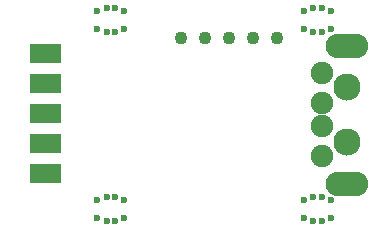
<source format=gbr>
%TF.GenerationSoftware,KiCad,Pcbnew,5.1.9+dfsg1-1*%
%TF.CreationDate,2021-07-11T15:28:01+08:00*%
%TF.ProjectId,stlink,73746c69-6e6b-42e6-9b69-6361645f7063,a*%
%TF.SameCoordinates,Original*%
%TF.FileFunction,Soldermask,Bot*%
%TF.FilePolarity,Negative*%
%FSLAX46Y46*%
G04 Gerber Fmt 4.6, Leading zero omitted, Abs format (unit mm)*
G04 Created by KiCad (PCBNEW 5.1.9+dfsg1-1) date 2021-07-11 15:28:01*
%MOMM*%
%LPD*%
G01*
G04 APERTURE LIST*
%ADD10C,0.600000*%
%ADD11C,1.100000*%
%ADD12C,1.900000*%
%ADD13C,2.300000*%
%ADD14O,3.600000X2.100000*%
G04 APERTURE END LIST*
D10*
%TO.C,H4*%
X134850000Y-99000000D03*
X134150000Y-99000000D03*
X135650000Y-97250000D03*
X134150000Y-97000000D03*
X133350000Y-97250000D03*
X135650000Y-98750000D03*
X133350000Y-98750000D03*
X134850000Y-97000000D03*
%TD*%
%TO.C,H3*%
X134850000Y-83000000D03*
X134150000Y-83000000D03*
X135650000Y-81250000D03*
X134150000Y-81000000D03*
X133350000Y-81250000D03*
X135650000Y-82750000D03*
X133350000Y-82750000D03*
X134850000Y-81000000D03*
%TD*%
%TO.C,H2*%
X117350000Y-99000000D03*
X116650000Y-99000000D03*
X118150000Y-97250000D03*
X116650000Y-97000000D03*
X115850000Y-97250000D03*
X118150000Y-98750000D03*
X115850000Y-98750000D03*
X117350000Y-97000000D03*
%TD*%
%TO.C,H1*%
X117350000Y-83000000D03*
X116650000Y-83000000D03*
X118150000Y-81250000D03*
X116650000Y-81000000D03*
X115850000Y-81250000D03*
X118150000Y-82750000D03*
X115850000Y-82750000D03*
X117350000Y-81000000D03*
%TD*%
D11*
%TO.C,TP5*%
X122936000Y-83500000D03*
%TD*%
%TO.C,TP4*%
X124968000Y-83500000D03*
%TD*%
%TO.C,TP1*%
X131064000Y-83500000D03*
%TD*%
%TO.C,TP3*%
X129032000Y-83500000D03*
%TD*%
%TO.C,TP2*%
X127000000Y-83500000D03*
%TD*%
D12*
%TO.C,J1*%
X134900000Y-86500000D03*
X134900000Y-89000000D03*
X134900000Y-91000000D03*
X134900000Y-93500000D03*
D13*
X137000000Y-87700000D03*
X137000000Y-92300000D03*
D14*
X137000000Y-84150000D03*
X137000000Y-95850000D03*
%TD*%
%TO.C,J2*%
G36*
G01*
X112820000Y-94238000D02*
X112820000Y-95762000D01*
G75*
G02*
X112770000Y-95812000I-50000J0D01*
G01*
X110230000Y-95812000D01*
G75*
G02*
X110180000Y-95762000I0J50000D01*
G01*
X110180000Y-94238000D01*
G75*
G02*
X110230000Y-94188000I50000J0D01*
G01*
X112770000Y-94188000D01*
G75*
G02*
X112820000Y-94238000I0J-50000D01*
G01*
G37*
G36*
G01*
X112820000Y-91698000D02*
X112820000Y-93222000D01*
G75*
G02*
X112770000Y-93272000I-50000J0D01*
G01*
X110230000Y-93272000D01*
G75*
G02*
X110180000Y-93222000I0J50000D01*
G01*
X110180000Y-91698000D01*
G75*
G02*
X110230000Y-91648000I50000J0D01*
G01*
X112770000Y-91648000D01*
G75*
G02*
X112820000Y-91698000I0J-50000D01*
G01*
G37*
G36*
G01*
X112820000Y-89158000D02*
X112820000Y-90682000D01*
G75*
G02*
X112770000Y-90732000I-50000J0D01*
G01*
X110230000Y-90732000D01*
G75*
G02*
X110180000Y-90682000I0J50000D01*
G01*
X110180000Y-89158000D01*
G75*
G02*
X110230000Y-89108000I50000J0D01*
G01*
X112770000Y-89108000D01*
G75*
G02*
X112820000Y-89158000I0J-50000D01*
G01*
G37*
G36*
G01*
X112820000Y-86618000D02*
X112820000Y-88142000D01*
G75*
G02*
X112770000Y-88192000I-50000J0D01*
G01*
X110230000Y-88192000D01*
G75*
G02*
X110180000Y-88142000I0J50000D01*
G01*
X110180000Y-86618000D01*
G75*
G02*
X110230000Y-86568000I50000J0D01*
G01*
X112770000Y-86568000D01*
G75*
G02*
X112820000Y-86618000I0J-50000D01*
G01*
G37*
G36*
G01*
X112820000Y-84078000D02*
X112820000Y-85602000D01*
G75*
G02*
X112770000Y-85652000I-50000J0D01*
G01*
X110230000Y-85652000D01*
G75*
G02*
X110180000Y-85602000I0J50000D01*
G01*
X110180000Y-84078000D01*
G75*
G02*
X110230000Y-84028000I50000J0D01*
G01*
X112770000Y-84028000D01*
G75*
G02*
X112820000Y-84078000I0J-50000D01*
G01*
G37*
%TD*%
M02*

</source>
